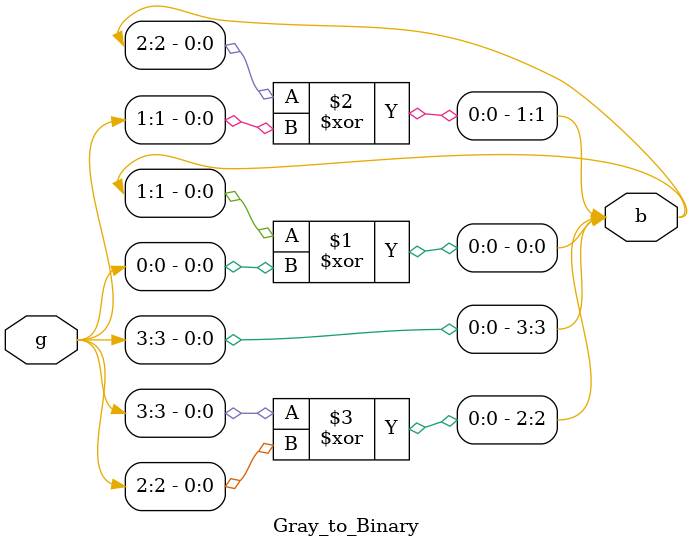
<source format=v>
module Gray_to_Binary(
    input [3:0] g,       // Input Gray code signal
    output [3:0] b       // Output binary signal
);

    xor A1(b[0], b[1], g[0]);   // XOR gate for bit 0
    xor A2(b[1], b[2], g[1]);   // XOR gate for bit 1
    xor A3(b[2], b[3], g[2]);   // XOR gate for bit 2
    buf A4(b[3], g[3]);         // Buffer for bit 3

endmodule

</source>
